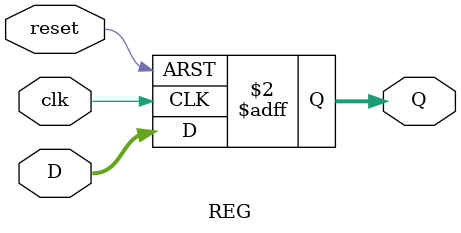
<source format=v>
module REG(
    input clk,
    input reset,
    input [15:0] D,
    output reg [15:0] Q
);

always @(posedge clk or posedge reset) begin
    if(reset) Q <= 16'b0;
    else Q <= D;
end

endmodule

</source>
